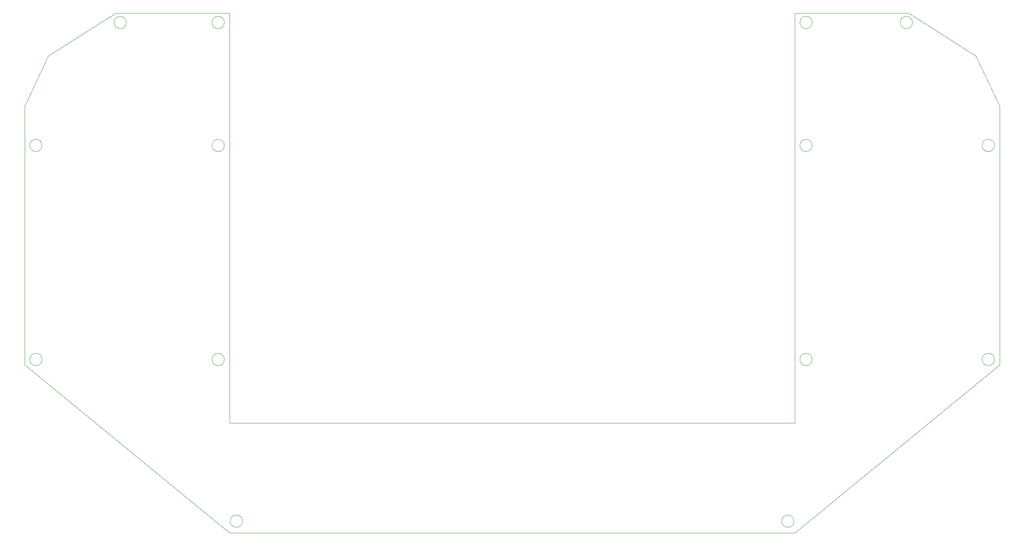
<source format=gm1>
G04 #@! TF.GenerationSoftware,KiCad,Pcbnew,8.0.8*
G04 #@! TF.CreationDate,2025-02-09T13:36:47-06:00*
G04 #@! TF.ProjectId,gamepad,67616d65-7061-4642-9e6b-696361645f70,3*
G04 #@! TF.SameCoordinates,Original*
G04 #@! TF.FileFunction,Profile,NP*
%FSLAX46Y46*%
G04 Gerber Fmt 4.6, Leading zero omitted, Abs format (unit mm)*
G04 Created by KiCad (PCBNEW 8.0.8) date 2025-02-09 13:36:47*
%MOMM*%
%LPD*%
G01*
G04 APERTURE LIST*
G04 #@! TA.AperFunction,Profile*
%ADD10C,0.050000*%
G04 #@! TD*
G04 APERTURE END LIST*
D10*
X254350000Y-77000000D02*
G75*
G02*
X251650000Y-77000000I-1350000J0D01*
G01*
X251650000Y-77000000D02*
G75*
G02*
X254350000Y-77000000I1350000J0D01*
G01*
X214350000Y-77000000D02*
G75*
G02*
X211650000Y-77000000I-1350000J0D01*
G01*
X211650000Y-77000000D02*
G75*
G02*
X214350000Y-77000000I1350000J0D01*
G01*
X85350000Y-77000000D02*
G75*
G02*
X82650000Y-77000000I-1350000J0D01*
G01*
X82650000Y-77000000D02*
G75*
G02*
X85350000Y-77000000I1350000J0D01*
G01*
X236350000Y-50000000D02*
G75*
G02*
X233650000Y-50000000I-1350000J0D01*
G01*
X233650000Y-50000000D02*
G75*
G02*
X236350000Y-50000000I1350000J0D01*
G01*
X214350000Y-50000000D02*
G75*
G02*
X211650000Y-50000000I-1350000J0D01*
G01*
X211650000Y-50000000D02*
G75*
G02*
X214350000Y-50000000I1350000J0D01*
G01*
X254350000Y-124000000D02*
G75*
G02*
X251650000Y-124000000I-1350000J0D01*
G01*
X251650000Y-124000000D02*
G75*
G02*
X254350000Y-124000000I1350000J0D01*
G01*
X214350000Y-124000000D02*
G75*
G02*
X211650000Y-124000000I-1350000J0D01*
G01*
X211650000Y-124000000D02*
G75*
G02*
X214350000Y-124000000I1350000J0D01*
G01*
X85350000Y-124000000D02*
G75*
G02*
X82650000Y-124000000I-1350000J0D01*
G01*
X82650000Y-124000000D02*
G75*
G02*
X85350000Y-124000000I1350000J0D01*
G01*
X210350000Y-159500000D02*
G75*
G02*
X207650000Y-159500000I-1350000J0D01*
G01*
X207650000Y-159500000D02*
G75*
G02*
X210350000Y-159500000I1350000J0D01*
G01*
X89350000Y-159500000D02*
G75*
G02*
X86650000Y-159500000I-1350000J0D01*
G01*
X86650000Y-159500000D02*
G75*
G02*
X89350000Y-159500000I1350000J0D01*
G01*
X45350000Y-124000000D02*
G75*
G02*
X42650000Y-124000000I-1350000J0D01*
G01*
X42650000Y-124000000D02*
G75*
G02*
X45350000Y-124000000I1350000J0D01*
G01*
X45350000Y-77000000D02*
G75*
G02*
X42650000Y-77000000I-1350000J0D01*
G01*
X42650000Y-77000000D02*
G75*
G02*
X45350000Y-77000000I1350000J0D01*
G01*
X63850000Y-50000000D02*
G75*
G02*
X61150000Y-50000000I-1350000J0D01*
G01*
X61150000Y-50000000D02*
G75*
G02*
X63850000Y-50000000I1350000J0D01*
G01*
X85350000Y-50000000D02*
G75*
G02*
X82650000Y-50000000I-1350000J0D01*
G01*
X82650000Y-50000000D02*
G75*
G02*
X85350000Y-50000000I1350000J0D01*
G01*
X46741100Y-57343600D02*
X41501100Y-68363600D01*
X86501100Y-162073600D02*
X210501100Y-162073600D01*
X41501100Y-68363600D02*
X41501100Y-125163600D01*
X86501100Y-162073600D02*
X41501100Y-125163600D01*
X86501100Y-47933600D02*
X61491100Y-47933600D01*
X61491100Y-47933600D02*
X46741100Y-57343600D01*
X210501100Y-137933600D02*
X86501100Y-137933600D01*
X250261100Y-57343600D02*
X235511100Y-47933600D01*
X255501100Y-68363600D02*
X250261100Y-57343600D01*
X86501100Y-137933600D02*
X86501100Y-47933600D01*
X255501100Y-125163600D02*
X255501100Y-68363600D01*
X235511100Y-47933600D02*
X210501100Y-47933600D01*
X210501100Y-162073600D02*
X255501100Y-125163600D01*
X210501100Y-47933600D02*
X210501100Y-137933600D01*
M02*

</source>
